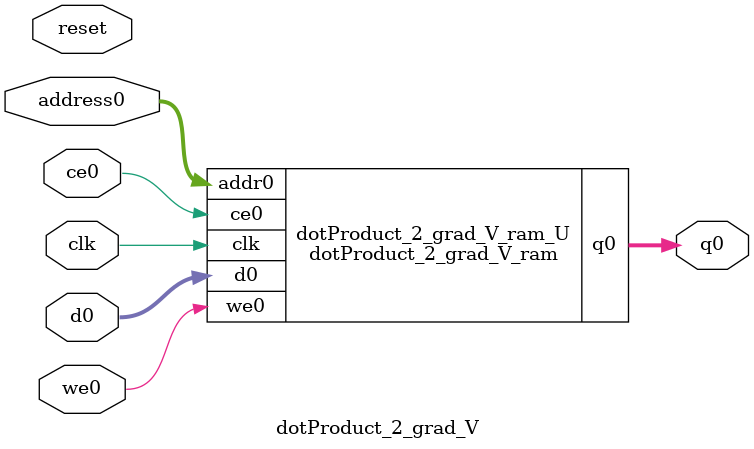
<source format=v>
`timescale 1 ns / 1 ps
module dotProduct_2_grad_V_ram (addr0, ce0, d0, we0, q0,  clk);

parameter DWIDTH = 32;
parameter AWIDTH = 9;
parameter MEM_SIZE = 512;

input[AWIDTH-1:0] addr0;
input ce0;
input[DWIDTH-1:0] d0;
input we0;
output wire[DWIDTH-1:0] q0;
input clk;

reg [DWIDTH-1:0] ram[0:MEM_SIZE-1];
reg [DWIDTH-1:0] q0_t0;
reg [DWIDTH-1:0] q0_t1;


assign q0 = q0_t1;

always @(posedge clk)  
begin
    if (ce0) 
    begin
        q0_t1 <= q0_t0;
    end
end


always @(posedge clk)  
begin 
    if (ce0) begin
        if (we0) 
            ram[addr0] <= d0; 
        q0_t0 <= ram[addr0];
    end
end


endmodule

`timescale 1 ns / 1 ps
module dotProduct_2_grad_V(
    reset,
    clk,
    address0,
    ce0,
    we0,
    d0,
    q0);

parameter DataWidth = 32'd32;
parameter AddressRange = 32'd512;
parameter AddressWidth = 32'd9;
input reset;
input clk;
input[AddressWidth - 1:0] address0;
input ce0;
input we0;
input[DataWidth - 1:0] d0;
output[DataWidth - 1:0] q0;



dotProduct_2_grad_V_ram dotProduct_2_grad_V_ram_U(
    .clk( clk ),
    .addr0( address0 ),
    .ce0( ce0 ),
    .we0( we0 ),
    .d0( d0 ),
    .q0( q0 ));

endmodule


</source>
